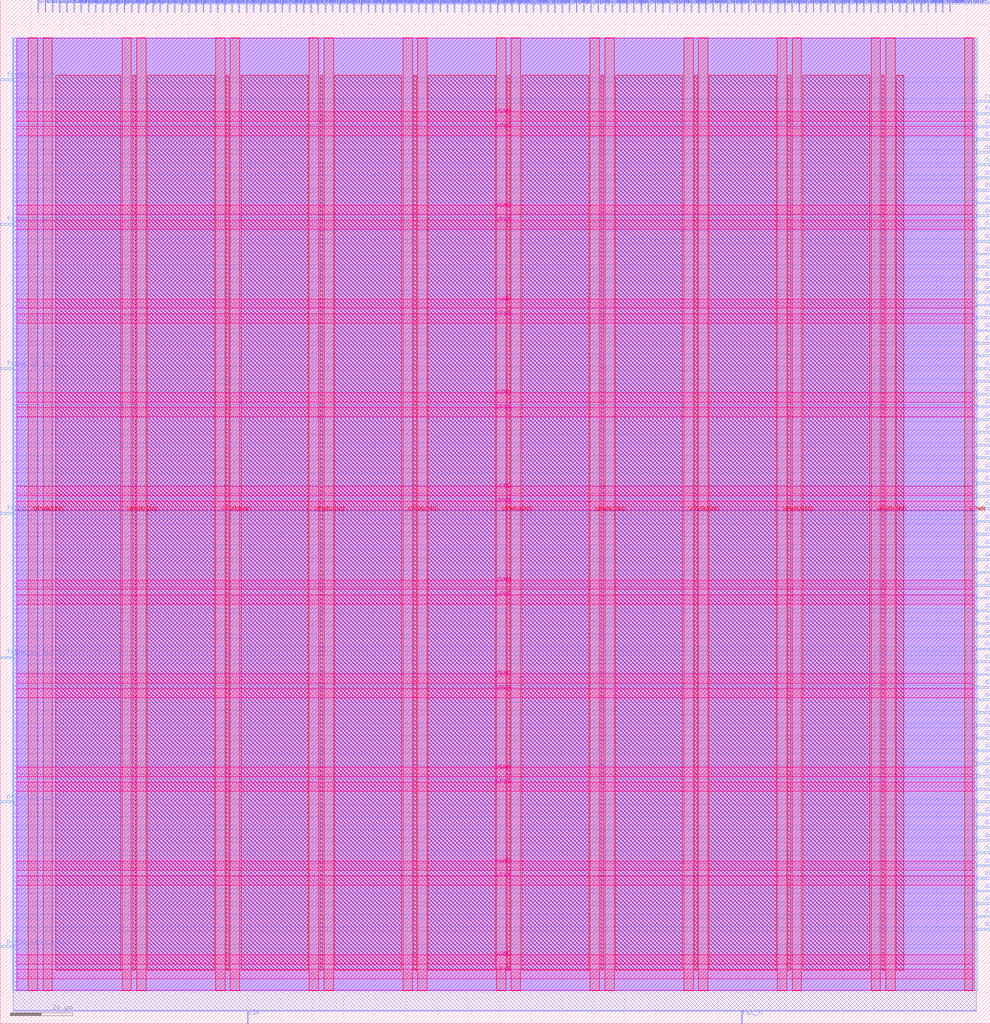
<source format=lef>
VERSION 5.7 ;
  NOWIREEXTENSIONATPIN ON ;
  DIVIDERCHAR "/" ;
  BUSBITCHARS "[]" ;
MACRO Random_forest_top_ver2
  CLASS BLOCK ;
  FOREIGN Random_forest_top_ver2 ;
  ORIGIN 0.000 0.000 ;
  SIZE 317.195 BY 327.915 ;
  PIN VGND
    DIRECTION INOUT ;
    USE GROUND ;
    PORT
      LAYER met4 ;
        RECT 13.720 10.640 16.720 315.760 ;
    END
    PORT
      LAYER met4 ;
        RECT 43.720 10.640 46.720 315.760 ;
    END
    PORT
      LAYER met4 ;
        RECT 73.720 10.640 76.720 315.760 ;
    END
    PORT
      LAYER met4 ;
        RECT 103.720 10.640 106.720 315.760 ;
    END
    PORT
      LAYER met4 ;
        RECT 133.720 10.640 136.720 315.760 ;
    END
    PORT
      LAYER met4 ;
        RECT 163.720 10.640 166.720 315.760 ;
    END
    PORT
      LAYER met4 ;
        RECT 193.720 10.640 196.720 315.760 ;
    END
    PORT
      LAYER met4 ;
        RECT 223.720 10.640 226.720 315.760 ;
    END
    PORT
      LAYER met4 ;
        RECT 253.720 10.640 256.720 315.760 ;
    END
    PORT
      LAYER met4 ;
        RECT 283.720 10.640 286.720 315.760 ;
    END
    PORT
      LAYER met5 ;
        RECT 5.280 19.080 311.660 22.080 ;
    END
    PORT
      LAYER met5 ;
        RECT 5.280 49.080 311.660 52.080 ;
    END
    PORT
      LAYER met5 ;
        RECT 5.280 79.080 311.660 82.080 ;
    END
    PORT
      LAYER met5 ;
        RECT 5.280 109.080 311.660 112.080 ;
    END
    PORT
      LAYER met5 ;
        RECT 5.280 139.080 311.660 142.080 ;
    END
    PORT
      LAYER met5 ;
        RECT 5.280 169.080 311.660 172.080 ;
    END
    PORT
      LAYER met5 ;
        RECT 5.280 199.080 311.660 202.080 ;
    END
    PORT
      LAYER met5 ;
        RECT 5.280 229.080 311.660 232.080 ;
    END
    PORT
      LAYER met5 ;
        RECT 5.280 259.080 311.660 262.080 ;
    END
    PORT
      LAYER met5 ;
        RECT 5.280 289.080 311.660 292.080 ;
    END
  END VGND
  PIN VPWR
    DIRECTION INOUT ;
    USE POWER ;
    PORT
      LAYER met4 ;
        RECT 9.020 10.640 12.020 315.760 ;
    END
    PORT
      LAYER met4 ;
        RECT 39.020 10.640 42.020 315.760 ;
    END
    PORT
      LAYER met4 ;
        RECT 69.020 10.640 72.020 315.760 ;
    END
    PORT
      LAYER met4 ;
        RECT 99.020 10.640 102.020 315.760 ;
    END
    PORT
      LAYER met4 ;
        RECT 129.020 10.640 132.020 315.760 ;
    END
    PORT
      LAYER met4 ;
        RECT 159.020 10.640 162.020 315.760 ;
    END
    PORT
      LAYER met4 ;
        RECT 189.020 10.640 192.020 315.760 ;
    END
    PORT
      LAYER met4 ;
        RECT 219.020 10.640 222.020 315.760 ;
    END
    PORT
      LAYER met4 ;
        RECT 249.020 10.640 252.020 315.760 ;
    END
    PORT
      LAYER met4 ;
        RECT 279.020 10.640 282.020 315.760 ;
    END
    PORT
      LAYER met4 ;
        RECT 309.020 10.640 312.020 315.760 ;
    END
    PORT
      LAYER met5 ;
        RECT 5.280 14.380 312.020 17.380 ;
    END
    PORT
      LAYER met5 ;
        RECT 5.280 44.380 312.020 47.380 ;
    END
    PORT
      LAYER met5 ;
        RECT 5.280 74.380 312.020 77.380 ;
    END
    PORT
      LAYER met5 ;
        RECT 5.280 104.380 312.020 107.380 ;
    END
    PORT
      LAYER met5 ;
        RECT 5.280 134.380 312.020 137.380 ;
    END
    PORT
      LAYER met5 ;
        RECT 5.280 164.380 312.020 167.380 ;
    END
    PORT
      LAYER met5 ;
        RECT 5.280 194.380 312.020 197.380 ;
    END
    PORT
      LAYER met5 ;
        RECT 5.280 224.380 312.020 227.380 ;
    END
    PORT
      LAYER met5 ;
        RECT 5.280 254.380 312.020 257.380 ;
    END
    PORT
      LAYER met5 ;
        RECT 5.280 284.380 312.020 287.380 ;
    END
  END VPWR
  PIN arbitration_id[0]
    DIRECTION INPUT ;
    USE SIGNAL ;
    PORT
      LAYER met2 ;
        RECT 12.050 323.915 12.330 327.915 ;
    END
  END arbitration_id[0]
  PIN arbitration_id[10]
    DIRECTION INPUT ;
    USE SIGNAL ;
    PORT
      LAYER met2 ;
        RECT 35.050 323.915 35.330 327.915 ;
    END
  END arbitration_id[10]
  PIN arbitration_id[11]
    DIRECTION INPUT ;
    USE SIGNAL ;
    PORT
      LAYER met2 ;
        RECT 37.350 323.915 37.630 327.915 ;
    END
  END arbitration_id[11]
  PIN arbitration_id[12]
    DIRECTION INPUT ;
    USE SIGNAL ;
    PORT
      LAYER met2 ;
        RECT 39.650 323.915 39.930 327.915 ;
    END
  END arbitration_id[12]
  PIN arbitration_id[13]
    DIRECTION INPUT ;
    USE SIGNAL ;
    PORT
      LAYER met2 ;
        RECT 41.950 323.915 42.230 327.915 ;
    END
  END arbitration_id[13]
  PIN arbitration_id[14]
    DIRECTION INPUT ;
    USE SIGNAL ;
    PORT
      LAYER met2 ;
        RECT 44.250 323.915 44.530 327.915 ;
    END
  END arbitration_id[14]
  PIN arbitration_id[15]
    DIRECTION INPUT ;
    USE SIGNAL ;
    PORT
      LAYER met2 ;
        RECT 46.550 323.915 46.830 327.915 ;
    END
  END arbitration_id[15]
  PIN arbitration_id[16]
    DIRECTION INPUT ;
    USE SIGNAL ;
    PORT
      LAYER met2 ;
        RECT 48.850 323.915 49.130 327.915 ;
    END
  END arbitration_id[16]
  PIN arbitration_id[17]
    DIRECTION INPUT ;
    USE SIGNAL ;
    PORT
      LAYER met2 ;
        RECT 51.150 323.915 51.430 327.915 ;
    END
  END arbitration_id[17]
  PIN arbitration_id[18]
    DIRECTION INPUT ;
    USE SIGNAL ;
    PORT
      LAYER met2 ;
        RECT 53.450 323.915 53.730 327.915 ;
    END
  END arbitration_id[18]
  PIN arbitration_id[19]
    DIRECTION INPUT ;
    USE SIGNAL ;
    PORT
      LAYER met2 ;
        RECT 55.750 323.915 56.030 327.915 ;
    END
  END arbitration_id[19]
  PIN arbitration_id[1]
    DIRECTION INPUT ;
    USE SIGNAL ;
    PORT
      LAYER met2 ;
        RECT 14.350 323.915 14.630 327.915 ;
    END
  END arbitration_id[1]
  PIN arbitration_id[20]
    DIRECTION INPUT ;
    USE SIGNAL ;
    PORT
      LAYER met2 ;
        RECT 58.050 323.915 58.330 327.915 ;
    END
  END arbitration_id[20]
  PIN arbitration_id[21]
    DIRECTION INPUT ;
    USE SIGNAL ;
    PORT
      LAYER met2 ;
        RECT 60.350 323.915 60.630 327.915 ;
    END
  END arbitration_id[21]
  PIN arbitration_id[22]
    DIRECTION INPUT ;
    USE SIGNAL ;
    PORT
      LAYER met2 ;
        RECT 62.650 323.915 62.930 327.915 ;
    END
  END arbitration_id[22]
  PIN arbitration_id[23]
    DIRECTION INPUT ;
    USE SIGNAL ;
    PORT
      LAYER met2 ;
        RECT 64.950 323.915 65.230 327.915 ;
    END
  END arbitration_id[23]
  PIN arbitration_id[24]
    DIRECTION INPUT ;
    USE SIGNAL ;
    PORT
      LAYER met2 ;
        RECT 67.250 323.915 67.530 327.915 ;
    END
  END arbitration_id[24]
  PIN arbitration_id[25]
    DIRECTION INPUT ;
    USE SIGNAL ;
    PORT
      LAYER met2 ;
        RECT 69.550 323.915 69.830 327.915 ;
    END
  END arbitration_id[25]
  PIN arbitration_id[26]
    DIRECTION INPUT ;
    USE SIGNAL ;
    PORT
      LAYER met2 ;
        RECT 71.850 323.915 72.130 327.915 ;
    END
  END arbitration_id[26]
  PIN arbitration_id[27]
    DIRECTION INPUT ;
    USE SIGNAL ;
    PORT
      LAYER met2 ;
        RECT 74.150 323.915 74.430 327.915 ;
    END
  END arbitration_id[27]
  PIN arbitration_id[28]
    DIRECTION INPUT ;
    USE SIGNAL ;
    PORT
      LAYER met2 ;
        RECT 76.450 323.915 76.730 327.915 ;
    END
  END arbitration_id[28]
  PIN arbitration_id[29]
    DIRECTION INPUT ;
    USE SIGNAL ;
    PORT
      LAYER met2 ;
        RECT 78.750 323.915 79.030 327.915 ;
    END
  END arbitration_id[29]
  PIN arbitration_id[2]
    DIRECTION INPUT ;
    USE SIGNAL ;
    PORT
      LAYER met2 ;
        RECT 16.650 323.915 16.930 327.915 ;
    END
  END arbitration_id[2]
  PIN arbitration_id[30]
    DIRECTION INPUT ;
    USE SIGNAL ;
    PORT
      LAYER met2 ;
        RECT 81.050 323.915 81.330 327.915 ;
    END
  END arbitration_id[30]
  PIN arbitration_id[31]
    DIRECTION INPUT ;
    USE SIGNAL ;
    PORT
      LAYER met2 ;
        RECT 83.350 323.915 83.630 327.915 ;
    END
  END arbitration_id[31]
  PIN arbitration_id[32]
    DIRECTION INPUT ;
    USE SIGNAL ;
    PORT
      LAYER met2 ;
        RECT 85.650 323.915 85.930 327.915 ;
    END
  END arbitration_id[32]
  PIN arbitration_id[33]
    DIRECTION INPUT ;
    USE SIGNAL ;
    PORT
      LAYER met2 ;
        RECT 87.950 323.915 88.230 327.915 ;
    END
  END arbitration_id[33]
  PIN arbitration_id[34]
    DIRECTION INPUT ;
    USE SIGNAL ;
    PORT
      LAYER met2 ;
        RECT 90.250 323.915 90.530 327.915 ;
    END
  END arbitration_id[34]
  PIN arbitration_id[35]
    DIRECTION INPUT ;
    USE SIGNAL ;
    PORT
      LAYER met2 ;
        RECT 92.550 323.915 92.830 327.915 ;
    END
  END arbitration_id[35]
  PIN arbitration_id[36]
    DIRECTION INPUT ;
    USE SIGNAL ;
    PORT
      LAYER met2 ;
        RECT 94.850 323.915 95.130 327.915 ;
    END
  END arbitration_id[36]
  PIN arbitration_id[37]
    DIRECTION INPUT ;
    USE SIGNAL ;
    PORT
      LAYER met2 ;
        RECT 97.150 323.915 97.430 327.915 ;
    END
  END arbitration_id[37]
  PIN arbitration_id[38]
    DIRECTION INPUT ;
    USE SIGNAL ;
    PORT
      LAYER met2 ;
        RECT 99.450 323.915 99.730 327.915 ;
    END
  END arbitration_id[38]
  PIN arbitration_id[39]
    DIRECTION INPUT ;
    USE SIGNAL ;
    PORT
      LAYER met2 ;
        RECT 101.750 323.915 102.030 327.915 ;
    END
  END arbitration_id[39]
  PIN arbitration_id[3]
    DIRECTION INPUT ;
    USE SIGNAL ;
    PORT
      LAYER met2 ;
        RECT 18.950 323.915 19.230 327.915 ;
    END
  END arbitration_id[3]
  PIN arbitration_id[40]
    DIRECTION INPUT ;
    USE SIGNAL ;
    PORT
      LAYER met2 ;
        RECT 104.050 323.915 104.330 327.915 ;
    END
  END arbitration_id[40]
  PIN arbitration_id[41]
    DIRECTION INPUT ;
    USE SIGNAL ;
    PORT
      LAYER met2 ;
        RECT 106.350 323.915 106.630 327.915 ;
    END
  END arbitration_id[41]
  PIN arbitration_id[42]
    DIRECTION INPUT ;
    USE SIGNAL ;
    PORT
      LAYER met2 ;
        RECT 108.650 323.915 108.930 327.915 ;
    END
  END arbitration_id[42]
  PIN arbitration_id[43]
    DIRECTION INPUT ;
    USE SIGNAL ;
    PORT
      LAYER met2 ;
        RECT 110.950 323.915 111.230 327.915 ;
    END
  END arbitration_id[43]
  PIN arbitration_id[44]
    DIRECTION INPUT ;
    USE SIGNAL ;
    PORT
      LAYER met2 ;
        RECT 113.250 323.915 113.530 327.915 ;
    END
  END arbitration_id[44]
  PIN arbitration_id[45]
    DIRECTION INPUT ;
    USE SIGNAL ;
    PORT
      LAYER met2 ;
        RECT 115.550 323.915 115.830 327.915 ;
    END
  END arbitration_id[45]
  PIN arbitration_id[46]
    DIRECTION INPUT ;
    USE SIGNAL ;
    PORT
      LAYER met2 ;
        RECT 117.850 323.915 118.130 327.915 ;
    END
  END arbitration_id[46]
  PIN arbitration_id[47]
    DIRECTION INPUT ;
    USE SIGNAL ;
    PORT
      LAYER met2 ;
        RECT 120.150 323.915 120.430 327.915 ;
    END
  END arbitration_id[47]
  PIN arbitration_id[48]
    DIRECTION INPUT ;
    USE SIGNAL ;
    PORT
      LAYER met2 ;
        RECT 122.450 323.915 122.730 327.915 ;
    END
  END arbitration_id[48]
  PIN arbitration_id[49]
    DIRECTION INPUT ;
    USE SIGNAL ;
    PORT
      LAYER met2 ;
        RECT 124.750 323.915 125.030 327.915 ;
    END
  END arbitration_id[49]
  PIN arbitration_id[4]
    DIRECTION INPUT ;
    USE SIGNAL ;
    PORT
      LAYER met2 ;
        RECT 21.250 323.915 21.530 327.915 ;
    END
  END arbitration_id[4]
  PIN arbitration_id[50]
    DIRECTION INPUT ;
    USE SIGNAL ;
    PORT
      LAYER met2 ;
        RECT 127.050 323.915 127.330 327.915 ;
    END
  END arbitration_id[50]
  PIN arbitration_id[51]
    DIRECTION INPUT ;
    USE SIGNAL ;
    PORT
      LAYER met2 ;
        RECT 129.350 323.915 129.630 327.915 ;
    END
  END arbitration_id[51]
  PIN arbitration_id[52]
    DIRECTION INPUT ;
    USE SIGNAL ;
    PORT
      LAYER met2 ;
        RECT 131.650 323.915 131.930 327.915 ;
    END
  END arbitration_id[52]
  PIN arbitration_id[53]
    DIRECTION INPUT ;
    USE SIGNAL ;
    PORT
      LAYER met2 ;
        RECT 133.950 323.915 134.230 327.915 ;
    END
  END arbitration_id[53]
  PIN arbitration_id[54]
    DIRECTION INPUT ;
    USE SIGNAL ;
    PORT
      LAYER met2 ;
        RECT 136.250 323.915 136.530 327.915 ;
    END
  END arbitration_id[54]
  PIN arbitration_id[55]
    DIRECTION INPUT ;
    USE SIGNAL ;
    PORT
      LAYER met2 ;
        RECT 138.550 323.915 138.830 327.915 ;
    END
  END arbitration_id[55]
  PIN arbitration_id[56]
    DIRECTION INPUT ;
    USE SIGNAL ;
    PORT
      LAYER met2 ;
        RECT 140.850 323.915 141.130 327.915 ;
    END
  END arbitration_id[56]
  PIN arbitration_id[57]
    DIRECTION INPUT ;
    USE SIGNAL ;
    PORT
      LAYER met2 ;
        RECT 143.150 323.915 143.430 327.915 ;
    END
  END arbitration_id[57]
  PIN arbitration_id[58]
    DIRECTION INPUT ;
    USE SIGNAL ;
    PORT
      LAYER met2 ;
        RECT 145.450 323.915 145.730 327.915 ;
    END
  END arbitration_id[58]
  PIN arbitration_id[59]
    DIRECTION INPUT ;
    USE SIGNAL ;
    PORT
      LAYER met2 ;
        RECT 147.750 323.915 148.030 327.915 ;
    END
  END arbitration_id[59]
  PIN arbitration_id[5]
    DIRECTION INPUT ;
    USE SIGNAL ;
    PORT
      LAYER met2 ;
        RECT 23.550 323.915 23.830 327.915 ;
    END
  END arbitration_id[5]
  PIN arbitration_id[60]
    DIRECTION INPUT ;
    USE SIGNAL ;
    PORT
      LAYER met2 ;
        RECT 150.050 323.915 150.330 327.915 ;
    END
  END arbitration_id[60]
  PIN arbitration_id[61]
    DIRECTION INPUT ;
    USE SIGNAL ;
    PORT
      LAYER met2 ;
        RECT 152.350 323.915 152.630 327.915 ;
    END
  END arbitration_id[61]
  PIN arbitration_id[62]
    DIRECTION INPUT ;
    USE SIGNAL ;
    PORT
      LAYER met2 ;
        RECT 154.650 323.915 154.930 327.915 ;
    END
  END arbitration_id[62]
  PIN arbitration_id[63]
    DIRECTION INPUT ;
    USE SIGNAL ;
    PORT
      LAYER met2 ;
        RECT 156.950 323.915 157.230 327.915 ;
    END
  END arbitration_id[63]
  PIN arbitration_id[6]
    DIRECTION INPUT ;
    USE SIGNAL ;
    PORT
      LAYER met2 ;
        RECT 25.850 323.915 26.130 327.915 ;
    END
  END arbitration_id[6]
  PIN arbitration_id[7]
    DIRECTION INPUT ;
    USE SIGNAL ;
    PORT
      LAYER met2 ;
        RECT 28.150 323.915 28.430 327.915 ;
    END
  END arbitration_id[7]
  PIN arbitration_id[8]
    DIRECTION INPUT ;
    USE SIGNAL ;
    PORT
      LAYER met2 ;
        RECT 30.450 323.915 30.730 327.915 ;
    END
  END arbitration_id[8]
  PIN arbitration_id[9]
    DIRECTION INPUT ;
    USE SIGNAL ;
    PORT
      LAYER met2 ;
        RECT 32.750 323.915 33.030 327.915 ;
    END
  END arbitration_id[9]
  PIN clk
    DIRECTION INPUT ;
    USE SIGNAL ;
    ANTENNAGATEAREA 0.213000 ;
    ANTENNADIFFAREA 0.434700 ;
    PORT
      LAYER met2 ;
        RECT 79.210 0.000 79.490 4.000 ;
    END
  END clk
  PIN data_field[0]
    DIRECTION INPUT ;
    USE SIGNAL ;
    PORT
      LAYER met3 ;
        RECT 313.195 29.960 317.195 30.560 ;
    END
  END data_field[0]
  PIN data_field[10]
    DIRECTION INPUT ;
    USE SIGNAL ;
    PORT
      LAYER met3 ;
        RECT 313.195 70.760 317.195 71.360 ;
    END
  END data_field[10]
  PIN data_field[11]
    DIRECTION INPUT ;
    USE SIGNAL ;
    PORT
      LAYER met3 ;
        RECT 313.195 74.840 317.195 75.440 ;
    END
  END data_field[11]
  PIN data_field[12]
    DIRECTION INPUT ;
    USE SIGNAL ;
    PORT
      LAYER met3 ;
        RECT 313.195 78.920 317.195 79.520 ;
    END
  END data_field[12]
  PIN data_field[13]
    DIRECTION INPUT ;
    USE SIGNAL ;
    PORT
      LAYER met3 ;
        RECT 313.195 83.000 317.195 83.600 ;
    END
  END data_field[13]
  PIN data_field[14]
    DIRECTION INPUT ;
    USE SIGNAL ;
    PORT
      LAYER met3 ;
        RECT 313.195 87.080 317.195 87.680 ;
    END
  END data_field[14]
  PIN data_field[15]
    DIRECTION INPUT ;
    USE SIGNAL ;
    PORT
      LAYER met3 ;
        RECT 313.195 91.160 317.195 91.760 ;
    END
  END data_field[15]
  PIN data_field[16]
    DIRECTION INPUT ;
    USE SIGNAL ;
    PORT
      LAYER met3 ;
        RECT 313.195 95.240 317.195 95.840 ;
    END
  END data_field[16]
  PIN data_field[17]
    DIRECTION INPUT ;
    USE SIGNAL ;
    PORT
      LAYER met3 ;
        RECT 313.195 99.320 317.195 99.920 ;
    END
  END data_field[17]
  PIN data_field[18]
    DIRECTION INPUT ;
    USE SIGNAL ;
    PORT
      LAYER met3 ;
        RECT 313.195 103.400 317.195 104.000 ;
    END
  END data_field[18]
  PIN data_field[19]
    DIRECTION INPUT ;
    USE SIGNAL ;
    PORT
      LAYER met3 ;
        RECT 313.195 107.480 317.195 108.080 ;
    END
  END data_field[19]
  PIN data_field[1]
    DIRECTION INPUT ;
    USE SIGNAL ;
    PORT
      LAYER met3 ;
        RECT 313.195 34.040 317.195 34.640 ;
    END
  END data_field[1]
  PIN data_field[20]
    DIRECTION INPUT ;
    USE SIGNAL ;
    PORT
      LAYER met3 ;
        RECT 313.195 111.560 317.195 112.160 ;
    END
  END data_field[20]
  PIN data_field[21]
    DIRECTION INPUT ;
    USE SIGNAL ;
    PORT
      LAYER met3 ;
        RECT 313.195 115.640 317.195 116.240 ;
    END
  END data_field[21]
  PIN data_field[22]
    DIRECTION INPUT ;
    USE SIGNAL ;
    PORT
      LAYER met3 ;
        RECT 313.195 119.720 317.195 120.320 ;
    END
  END data_field[22]
  PIN data_field[23]
    DIRECTION INPUT ;
    USE SIGNAL ;
    PORT
      LAYER met3 ;
        RECT 313.195 123.800 317.195 124.400 ;
    END
  END data_field[23]
  PIN data_field[24]
    DIRECTION INPUT ;
    USE SIGNAL ;
    PORT
      LAYER met3 ;
        RECT 313.195 127.880 317.195 128.480 ;
    END
  END data_field[24]
  PIN data_field[25]
    DIRECTION INPUT ;
    USE SIGNAL ;
    PORT
      LAYER met3 ;
        RECT 313.195 131.960 317.195 132.560 ;
    END
  END data_field[25]
  PIN data_field[26]
    DIRECTION INPUT ;
    USE SIGNAL ;
    PORT
      LAYER met3 ;
        RECT 313.195 136.040 317.195 136.640 ;
    END
  END data_field[26]
  PIN data_field[27]
    DIRECTION INPUT ;
    USE SIGNAL ;
    PORT
      LAYER met3 ;
        RECT 313.195 140.120 317.195 140.720 ;
    END
  END data_field[27]
  PIN data_field[28]
    DIRECTION INPUT ;
    USE SIGNAL ;
    PORT
      LAYER met3 ;
        RECT 313.195 144.200 317.195 144.800 ;
    END
  END data_field[28]
  PIN data_field[29]
    DIRECTION INPUT ;
    USE SIGNAL ;
    PORT
      LAYER met3 ;
        RECT 313.195 148.280 317.195 148.880 ;
    END
  END data_field[29]
  PIN data_field[2]
    DIRECTION INPUT ;
    USE SIGNAL ;
    PORT
      LAYER met3 ;
        RECT 313.195 38.120 317.195 38.720 ;
    END
  END data_field[2]
  PIN data_field[30]
    DIRECTION INPUT ;
    USE SIGNAL ;
    PORT
      LAYER met3 ;
        RECT 313.195 152.360 317.195 152.960 ;
    END
  END data_field[30]
  PIN data_field[31]
    DIRECTION INPUT ;
    USE SIGNAL ;
    PORT
      LAYER met3 ;
        RECT 313.195 156.440 317.195 157.040 ;
    END
  END data_field[31]
  PIN data_field[32]
    DIRECTION INPUT ;
    USE SIGNAL ;
    PORT
      LAYER met3 ;
        RECT 313.195 160.520 317.195 161.120 ;
    END
  END data_field[32]
  PIN data_field[33]
    DIRECTION INPUT ;
    USE SIGNAL ;
    PORT
      LAYER met3 ;
        RECT 313.195 164.600 317.195 165.200 ;
    END
  END data_field[33]
  PIN data_field[34]
    DIRECTION INPUT ;
    USE SIGNAL ;
    PORT
      LAYER met3 ;
        RECT 313.195 168.680 317.195 169.280 ;
    END
  END data_field[34]
  PIN data_field[35]
    DIRECTION INPUT ;
    USE SIGNAL ;
    PORT
      LAYER met3 ;
        RECT 313.195 172.760 317.195 173.360 ;
    END
  END data_field[35]
  PIN data_field[36]
    DIRECTION INPUT ;
    USE SIGNAL ;
    PORT
      LAYER met3 ;
        RECT 313.195 176.840 317.195 177.440 ;
    END
  END data_field[36]
  PIN data_field[37]
    DIRECTION INPUT ;
    USE SIGNAL ;
    PORT
      LAYER met3 ;
        RECT 313.195 180.920 317.195 181.520 ;
    END
  END data_field[37]
  PIN data_field[38]
    DIRECTION INPUT ;
    USE SIGNAL ;
    PORT
      LAYER met3 ;
        RECT 313.195 185.000 317.195 185.600 ;
    END
  END data_field[38]
  PIN data_field[39]
    DIRECTION INPUT ;
    USE SIGNAL ;
    PORT
      LAYER met3 ;
        RECT 313.195 189.080 317.195 189.680 ;
    END
  END data_field[39]
  PIN data_field[3]
    DIRECTION INPUT ;
    USE SIGNAL ;
    PORT
      LAYER met3 ;
        RECT 313.195 42.200 317.195 42.800 ;
    END
  END data_field[3]
  PIN data_field[40]
    DIRECTION INPUT ;
    USE SIGNAL ;
    PORT
      LAYER met3 ;
        RECT 313.195 193.160 317.195 193.760 ;
    END
  END data_field[40]
  PIN data_field[41]
    DIRECTION INPUT ;
    USE SIGNAL ;
    PORT
      LAYER met3 ;
        RECT 313.195 197.240 317.195 197.840 ;
    END
  END data_field[41]
  PIN data_field[42]
    DIRECTION INPUT ;
    USE SIGNAL ;
    PORT
      LAYER met3 ;
        RECT 313.195 201.320 317.195 201.920 ;
    END
  END data_field[42]
  PIN data_field[43]
    DIRECTION INPUT ;
    USE SIGNAL ;
    PORT
      LAYER met3 ;
        RECT 313.195 205.400 317.195 206.000 ;
    END
  END data_field[43]
  PIN data_field[44]
    DIRECTION INPUT ;
    USE SIGNAL ;
    PORT
      LAYER met3 ;
        RECT 313.195 209.480 317.195 210.080 ;
    END
  END data_field[44]
  PIN data_field[45]
    DIRECTION INPUT ;
    USE SIGNAL ;
    PORT
      LAYER met3 ;
        RECT 313.195 213.560 317.195 214.160 ;
    END
  END data_field[45]
  PIN data_field[46]
    DIRECTION INPUT ;
    USE SIGNAL ;
    PORT
      LAYER met3 ;
        RECT 313.195 217.640 317.195 218.240 ;
    END
  END data_field[46]
  PIN data_field[47]
    DIRECTION INPUT ;
    USE SIGNAL ;
    PORT
      LAYER met3 ;
        RECT 313.195 221.720 317.195 222.320 ;
    END
  END data_field[47]
  PIN data_field[48]
    DIRECTION INPUT ;
    USE SIGNAL ;
    PORT
      LAYER met3 ;
        RECT 313.195 225.800 317.195 226.400 ;
    END
  END data_field[48]
  PIN data_field[49]
    DIRECTION INPUT ;
    USE SIGNAL ;
    PORT
      LAYER met3 ;
        RECT 313.195 229.880 317.195 230.480 ;
    END
  END data_field[49]
  PIN data_field[4]
    DIRECTION INPUT ;
    USE SIGNAL ;
    PORT
      LAYER met3 ;
        RECT 313.195 46.280 317.195 46.880 ;
    END
  END data_field[4]
  PIN data_field[50]
    DIRECTION INPUT ;
    USE SIGNAL ;
    PORT
      LAYER met3 ;
        RECT 313.195 233.960 317.195 234.560 ;
    END
  END data_field[50]
  PIN data_field[51]
    DIRECTION INPUT ;
    USE SIGNAL ;
    PORT
      LAYER met3 ;
        RECT 313.195 238.040 317.195 238.640 ;
    END
  END data_field[51]
  PIN data_field[52]
    DIRECTION INPUT ;
    USE SIGNAL ;
    PORT
      LAYER met3 ;
        RECT 313.195 242.120 317.195 242.720 ;
    END
  END data_field[52]
  PIN data_field[53]
    DIRECTION INPUT ;
    USE SIGNAL ;
    PORT
      LAYER met3 ;
        RECT 313.195 246.200 317.195 246.800 ;
    END
  END data_field[53]
  PIN data_field[54]
    DIRECTION INPUT ;
    USE SIGNAL ;
    PORT
      LAYER met3 ;
        RECT 313.195 250.280 317.195 250.880 ;
    END
  END data_field[54]
  PIN data_field[55]
    DIRECTION INPUT ;
    USE SIGNAL ;
    PORT
      LAYER met3 ;
        RECT 313.195 254.360 317.195 254.960 ;
    END
  END data_field[55]
  PIN data_field[56]
    DIRECTION INPUT ;
    USE SIGNAL ;
    PORT
      LAYER met3 ;
        RECT 313.195 258.440 317.195 259.040 ;
    END
  END data_field[56]
  PIN data_field[57]
    DIRECTION INPUT ;
    USE SIGNAL ;
    PORT
      LAYER met3 ;
        RECT 313.195 262.520 317.195 263.120 ;
    END
  END data_field[57]
  PIN data_field[58]
    DIRECTION INPUT ;
    USE SIGNAL ;
    PORT
      LAYER met3 ;
        RECT 313.195 266.600 317.195 267.200 ;
    END
  END data_field[58]
  PIN data_field[59]
    DIRECTION INPUT ;
    USE SIGNAL ;
    PORT
      LAYER met3 ;
        RECT 313.195 270.680 317.195 271.280 ;
    END
  END data_field[59]
  PIN data_field[5]
    DIRECTION INPUT ;
    USE SIGNAL ;
    PORT
      LAYER met3 ;
        RECT 313.195 50.360 317.195 50.960 ;
    END
  END data_field[5]
  PIN data_field[60]
    DIRECTION INPUT ;
    USE SIGNAL ;
    PORT
      LAYER met3 ;
        RECT 313.195 274.760 317.195 275.360 ;
    END
  END data_field[60]
  PIN data_field[61]
    DIRECTION INPUT ;
    USE SIGNAL ;
    PORT
      LAYER met3 ;
        RECT 313.195 278.840 317.195 279.440 ;
    END
  END data_field[61]
  PIN data_field[62]
    DIRECTION INPUT ;
    USE SIGNAL ;
    PORT
      LAYER met3 ;
        RECT 313.195 282.920 317.195 283.520 ;
    END
  END data_field[62]
  PIN data_field[63]
    DIRECTION INPUT ;
    USE SIGNAL ;
    PORT
      LAYER met3 ;
        RECT 313.195 287.000 317.195 287.600 ;
    END
  END data_field[63]
  PIN data_field[6]
    DIRECTION INPUT ;
    USE SIGNAL ;
    PORT
      LAYER met3 ;
        RECT 313.195 54.440 317.195 55.040 ;
    END
  END data_field[6]
  PIN data_field[7]
    DIRECTION INPUT ;
    USE SIGNAL ;
    PORT
      LAYER met3 ;
        RECT 313.195 58.520 317.195 59.120 ;
    END
  END data_field[7]
  PIN data_field[8]
    DIRECTION INPUT ;
    USE SIGNAL ;
    PORT
      LAYER met3 ;
        RECT 313.195 62.600 317.195 63.200 ;
    END
  END data_field[8]
  PIN data_field[9]
    DIRECTION INPUT ;
    USE SIGNAL ;
    PORT
      LAYER met3 ;
        RECT 313.195 66.680 317.195 67.280 ;
    END
  END data_field[9]
  PIN feature_valid
    DIRECTION INPUT ;
    USE SIGNAL ;
    ANTENNAGATEAREA 0.159000 ;
    ANTENNADIFFAREA 0.434700 ;
    PORT
      LAYER met3 ;
        RECT 313.195 291.080 317.195 291.680 ;
    END
  END feature_valid
  PIN frame_id_out[0]
    DIRECTION OUTPUT ;
    USE SIGNAL ;
    ANTENNADIFFAREA 1.782000 ;
    PORT
      LAYER met3 ;
        RECT 0.000 117.000 4.000 117.600 ;
    END
  END frame_id_out[0]
  PIN frame_id_out[1]
    DIRECTION OUTPUT ;
    USE SIGNAL ;
    ANTENNADIFFAREA 1.782000 ;
    PORT
      LAYER met3 ;
        RECT 0.000 163.240 4.000 163.840 ;
    END
  END frame_id_out[1]
  PIN frame_id_out[2]
    DIRECTION OUTPUT ;
    USE SIGNAL ;
    ANTENNADIFFAREA 1.782000 ;
    PORT
      LAYER met3 ;
        RECT 0.000 209.480 4.000 210.080 ;
    END
  END frame_id_out[2]
  PIN frame_id_out[3]
    DIRECTION OUTPUT ;
    USE SIGNAL ;
    ANTENNADIFFAREA 1.782000 ;
    PORT
      LAYER met3 ;
        RECT 0.000 255.720 4.000 256.320 ;
    END
  END frame_id_out[3]
  PIN frame_id_out[4]
    DIRECTION OUTPUT ;
    USE SIGNAL ;
    ANTENNADIFFAREA 1.782000 ;
    PORT
      LAYER met3 ;
        RECT 0.000 301.960 4.000 302.560 ;
    END
  END frame_id_out[4]
  PIN prediction_out
    DIRECTION OUTPUT ;
    USE SIGNAL ;
    ANTENNADIFFAREA 1.782000 ;
    PORT
      LAYER met3 ;
        RECT 0.000 70.760 4.000 71.360 ;
    END
  END prediction_out
  PIN prediction_valid
    DIRECTION OUTPUT ;
    USE SIGNAL ;
    ANTENNADIFFAREA 1.782000 ;
    PORT
      LAYER met3 ;
        RECT 0.000 24.520 4.000 25.120 ;
    END
  END prediction_valid
  PIN ready_for_next
    DIRECTION OUTPUT ;
    USE SIGNAL ;
    ANTENNADIFFAREA 1.782000 ;
    PORT
      LAYER met3 ;
        RECT 313.195 295.160 317.195 295.760 ;
    END
  END ready_for_next
  PIN rst_n
    DIRECTION INPUT ;
    USE SIGNAL ;
    ANTENNAGATEAREA 0.990000 ;
    ANTENNADIFFAREA 0.434700 ;
    PORT
      LAYER met2 ;
        RECT 237.450 0.000 237.730 4.000 ;
    END
  END rst_n
  PIN timestamp[0]
    DIRECTION INPUT ;
    USE SIGNAL ;
    PORT
      LAYER met2 ;
        RECT 159.250 323.915 159.530 327.915 ;
    END
  END timestamp[0]
  PIN timestamp[10]
    DIRECTION INPUT ;
    USE SIGNAL ;
    PORT
      LAYER met2 ;
        RECT 182.250 323.915 182.530 327.915 ;
    END
  END timestamp[10]
  PIN timestamp[11]
    DIRECTION INPUT ;
    USE SIGNAL ;
    PORT
      LAYER met2 ;
        RECT 184.550 323.915 184.830 327.915 ;
    END
  END timestamp[11]
  PIN timestamp[12]
    DIRECTION INPUT ;
    USE SIGNAL ;
    PORT
      LAYER met2 ;
        RECT 186.850 323.915 187.130 327.915 ;
    END
  END timestamp[12]
  PIN timestamp[13]
    DIRECTION INPUT ;
    USE SIGNAL ;
    PORT
      LAYER met2 ;
        RECT 189.150 323.915 189.430 327.915 ;
    END
  END timestamp[13]
  PIN timestamp[14]
    DIRECTION INPUT ;
    USE SIGNAL ;
    PORT
      LAYER met2 ;
        RECT 191.450 323.915 191.730 327.915 ;
    END
  END timestamp[14]
  PIN timestamp[15]
    DIRECTION INPUT ;
    USE SIGNAL ;
    PORT
      LAYER met2 ;
        RECT 193.750 323.915 194.030 327.915 ;
    END
  END timestamp[15]
  PIN timestamp[16]
    DIRECTION INPUT ;
    USE SIGNAL ;
    PORT
      LAYER met2 ;
        RECT 196.050 323.915 196.330 327.915 ;
    END
  END timestamp[16]
  PIN timestamp[17]
    DIRECTION INPUT ;
    USE SIGNAL ;
    PORT
      LAYER met2 ;
        RECT 198.350 323.915 198.630 327.915 ;
    END
  END timestamp[17]
  PIN timestamp[18]
    DIRECTION INPUT ;
    USE SIGNAL ;
    PORT
      LAYER met2 ;
        RECT 200.650 323.915 200.930 327.915 ;
    END
  END timestamp[18]
  PIN timestamp[19]
    DIRECTION INPUT ;
    USE SIGNAL ;
    PORT
      LAYER met2 ;
        RECT 202.950 323.915 203.230 327.915 ;
    END
  END timestamp[19]
  PIN timestamp[1]
    DIRECTION INPUT ;
    USE SIGNAL ;
    PORT
      LAYER met2 ;
        RECT 161.550 323.915 161.830 327.915 ;
    END
  END timestamp[1]
  PIN timestamp[20]
    DIRECTION INPUT ;
    USE SIGNAL ;
    PORT
      LAYER met2 ;
        RECT 205.250 323.915 205.530 327.915 ;
    END
  END timestamp[20]
  PIN timestamp[21]
    DIRECTION INPUT ;
    USE SIGNAL ;
    PORT
      LAYER met2 ;
        RECT 207.550 323.915 207.830 327.915 ;
    END
  END timestamp[21]
  PIN timestamp[22]
    DIRECTION INPUT ;
    USE SIGNAL ;
    PORT
      LAYER met2 ;
        RECT 209.850 323.915 210.130 327.915 ;
    END
  END timestamp[22]
  PIN timestamp[23]
    DIRECTION INPUT ;
    USE SIGNAL ;
    PORT
      LAYER met2 ;
        RECT 212.150 323.915 212.430 327.915 ;
    END
  END timestamp[23]
  PIN timestamp[24]
    DIRECTION INPUT ;
    USE SIGNAL ;
    PORT
      LAYER met2 ;
        RECT 214.450 323.915 214.730 327.915 ;
    END
  END timestamp[24]
  PIN timestamp[25]
    DIRECTION INPUT ;
    USE SIGNAL ;
    PORT
      LAYER met2 ;
        RECT 216.750 323.915 217.030 327.915 ;
    END
  END timestamp[25]
  PIN timestamp[26]
    DIRECTION INPUT ;
    USE SIGNAL ;
    PORT
      LAYER met2 ;
        RECT 219.050 323.915 219.330 327.915 ;
    END
  END timestamp[26]
  PIN timestamp[27]
    DIRECTION INPUT ;
    USE SIGNAL ;
    PORT
      LAYER met2 ;
        RECT 221.350 323.915 221.630 327.915 ;
    END
  END timestamp[27]
  PIN timestamp[28]
    DIRECTION INPUT ;
    USE SIGNAL ;
    PORT
      LAYER met2 ;
        RECT 223.650 323.915 223.930 327.915 ;
    END
  END timestamp[28]
  PIN timestamp[29]
    DIRECTION INPUT ;
    USE SIGNAL ;
    PORT
      LAYER met2 ;
        RECT 225.950 323.915 226.230 327.915 ;
    END
  END timestamp[29]
  PIN timestamp[2]
    DIRECTION INPUT ;
    USE SIGNAL ;
    PORT
      LAYER met2 ;
        RECT 163.850 323.915 164.130 327.915 ;
    END
  END timestamp[2]
  PIN timestamp[30]
    DIRECTION INPUT ;
    USE SIGNAL ;
    PORT
      LAYER met2 ;
        RECT 228.250 323.915 228.530 327.915 ;
    END
  END timestamp[30]
  PIN timestamp[31]
    DIRECTION INPUT ;
    USE SIGNAL ;
    PORT
      LAYER met2 ;
        RECT 230.550 323.915 230.830 327.915 ;
    END
  END timestamp[31]
  PIN timestamp[32]
    DIRECTION INPUT ;
    USE SIGNAL ;
    PORT
      LAYER met2 ;
        RECT 232.850 323.915 233.130 327.915 ;
    END
  END timestamp[32]
  PIN timestamp[33]
    DIRECTION INPUT ;
    USE SIGNAL ;
    PORT
      LAYER met2 ;
        RECT 235.150 323.915 235.430 327.915 ;
    END
  END timestamp[33]
  PIN timestamp[34]
    DIRECTION INPUT ;
    USE SIGNAL ;
    PORT
      LAYER met2 ;
        RECT 237.450 323.915 237.730 327.915 ;
    END
  END timestamp[34]
  PIN timestamp[35]
    DIRECTION INPUT ;
    USE SIGNAL ;
    PORT
      LAYER met2 ;
        RECT 239.750 323.915 240.030 327.915 ;
    END
  END timestamp[35]
  PIN timestamp[36]
    DIRECTION INPUT ;
    USE SIGNAL ;
    PORT
      LAYER met2 ;
        RECT 242.050 323.915 242.330 327.915 ;
    END
  END timestamp[36]
  PIN timestamp[37]
    DIRECTION INPUT ;
    USE SIGNAL ;
    PORT
      LAYER met2 ;
        RECT 244.350 323.915 244.630 327.915 ;
    END
  END timestamp[37]
  PIN timestamp[38]
    DIRECTION INPUT ;
    USE SIGNAL ;
    PORT
      LAYER met2 ;
        RECT 246.650 323.915 246.930 327.915 ;
    END
  END timestamp[38]
  PIN timestamp[39]
    DIRECTION INPUT ;
    USE SIGNAL ;
    PORT
      LAYER met2 ;
        RECT 248.950 323.915 249.230 327.915 ;
    END
  END timestamp[39]
  PIN timestamp[3]
    DIRECTION INPUT ;
    USE SIGNAL ;
    PORT
      LAYER met2 ;
        RECT 166.150 323.915 166.430 327.915 ;
    END
  END timestamp[3]
  PIN timestamp[40]
    DIRECTION INPUT ;
    USE SIGNAL ;
    PORT
      LAYER met2 ;
        RECT 251.250 323.915 251.530 327.915 ;
    END
  END timestamp[40]
  PIN timestamp[41]
    DIRECTION INPUT ;
    USE SIGNAL ;
    PORT
      LAYER met2 ;
        RECT 253.550 323.915 253.830 327.915 ;
    END
  END timestamp[41]
  PIN timestamp[42]
    DIRECTION INPUT ;
    USE SIGNAL ;
    PORT
      LAYER met2 ;
        RECT 255.850 323.915 256.130 327.915 ;
    END
  END timestamp[42]
  PIN timestamp[43]
    DIRECTION INPUT ;
    USE SIGNAL ;
    PORT
      LAYER met2 ;
        RECT 258.150 323.915 258.430 327.915 ;
    END
  END timestamp[43]
  PIN timestamp[44]
    DIRECTION INPUT ;
    USE SIGNAL ;
    PORT
      LAYER met2 ;
        RECT 260.450 323.915 260.730 327.915 ;
    END
  END timestamp[44]
  PIN timestamp[45]
    DIRECTION INPUT ;
    USE SIGNAL ;
    PORT
      LAYER met2 ;
        RECT 262.750 323.915 263.030 327.915 ;
    END
  END timestamp[45]
  PIN timestamp[46]
    DIRECTION INPUT ;
    USE SIGNAL ;
    PORT
      LAYER met2 ;
        RECT 265.050 323.915 265.330 327.915 ;
    END
  END timestamp[46]
  PIN timestamp[47]
    DIRECTION INPUT ;
    USE SIGNAL ;
    PORT
      LAYER met2 ;
        RECT 267.350 323.915 267.630 327.915 ;
    END
  END timestamp[47]
  PIN timestamp[48]
    DIRECTION INPUT ;
    USE SIGNAL ;
    PORT
      LAYER met2 ;
        RECT 269.650 323.915 269.930 327.915 ;
    END
  END timestamp[48]
  PIN timestamp[49]
    DIRECTION INPUT ;
    USE SIGNAL ;
    PORT
      LAYER met2 ;
        RECT 271.950 323.915 272.230 327.915 ;
    END
  END timestamp[49]
  PIN timestamp[4]
    DIRECTION INPUT ;
    USE SIGNAL ;
    PORT
      LAYER met2 ;
        RECT 168.450 323.915 168.730 327.915 ;
    END
  END timestamp[4]
  PIN timestamp[50]
    DIRECTION INPUT ;
    USE SIGNAL ;
    PORT
      LAYER met2 ;
        RECT 274.250 323.915 274.530 327.915 ;
    END
  END timestamp[50]
  PIN timestamp[51]
    DIRECTION INPUT ;
    USE SIGNAL ;
    PORT
      LAYER met2 ;
        RECT 276.550 323.915 276.830 327.915 ;
    END
  END timestamp[51]
  PIN timestamp[52]
    DIRECTION INPUT ;
    USE SIGNAL ;
    PORT
      LAYER met2 ;
        RECT 278.850 323.915 279.130 327.915 ;
    END
  END timestamp[52]
  PIN timestamp[53]
    DIRECTION INPUT ;
    USE SIGNAL ;
    PORT
      LAYER met2 ;
        RECT 281.150 323.915 281.430 327.915 ;
    END
  END timestamp[53]
  PIN timestamp[54]
    DIRECTION INPUT ;
    USE SIGNAL ;
    PORT
      LAYER met2 ;
        RECT 283.450 323.915 283.730 327.915 ;
    END
  END timestamp[54]
  PIN timestamp[55]
    DIRECTION INPUT ;
    USE SIGNAL ;
    PORT
      LAYER met2 ;
        RECT 285.750 323.915 286.030 327.915 ;
    END
  END timestamp[55]
  PIN timestamp[56]
    DIRECTION INPUT ;
    USE SIGNAL ;
    PORT
      LAYER met2 ;
        RECT 288.050 323.915 288.330 327.915 ;
    END
  END timestamp[56]
  PIN timestamp[57]
    DIRECTION INPUT ;
    USE SIGNAL ;
    PORT
      LAYER met2 ;
        RECT 290.350 323.915 290.630 327.915 ;
    END
  END timestamp[57]
  PIN timestamp[58]
    DIRECTION INPUT ;
    USE SIGNAL ;
    PORT
      LAYER met2 ;
        RECT 292.650 323.915 292.930 327.915 ;
    END
  END timestamp[58]
  PIN timestamp[59]
    DIRECTION INPUT ;
    USE SIGNAL ;
    PORT
      LAYER met2 ;
        RECT 294.950 323.915 295.230 327.915 ;
    END
  END timestamp[59]
  PIN timestamp[5]
    DIRECTION INPUT ;
    USE SIGNAL ;
    PORT
      LAYER met2 ;
        RECT 170.750 323.915 171.030 327.915 ;
    END
  END timestamp[5]
  PIN timestamp[60]
    DIRECTION INPUT ;
    USE SIGNAL ;
    PORT
      LAYER met2 ;
        RECT 297.250 323.915 297.530 327.915 ;
    END
  END timestamp[60]
  PIN timestamp[61]
    DIRECTION INPUT ;
    USE SIGNAL ;
    PORT
      LAYER met2 ;
        RECT 299.550 323.915 299.830 327.915 ;
    END
  END timestamp[61]
  PIN timestamp[62]
    DIRECTION INPUT ;
    USE SIGNAL ;
    PORT
      LAYER met2 ;
        RECT 301.850 323.915 302.130 327.915 ;
    END
  END timestamp[62]
  PIN timestamp[63]
    DIRECTION INPUT ;
    USE SIGNAL ;
    PORT
      LAYER met2 ;
        RECT 304.150 323.915 304.430 327.915 ;
    END
  END timestamp[63]
  PIN timestamp[6]
    DIRECTION INPUT ;
    USE SIGNAL ;
    PORT
      LAYER met2 ;
        RECT 173.050 323.915 173.330 327.915 ;
    END
  END timestamp[6]
  PIN timestamp[7]
    DIRECTION INPUT ;
    USE SIGNAL ;
    PORT
      LAYER met2 ;
        RECT 175.350 323.915 175.630 327.915 ;
    END
  END timestamp[7]
  PIN timestamp[8]
    DIRECTION INPUT ;
    USE SIGNAL ;
    PORT
      LAYER met2 ;
        RECT 177.650 323.915 177.930 327.915 ;
    END
  END timestamp[8]
  PIN timestamp[9]
    DIRECTION INPUT ;
    USE SIGNAL ;
    PORT
      LAYER met2 ;
        RECT 179.950 323.915 180.230 327.915 ;
    END
  END timestamp[9]
  OBS
      LAYER nwell ;
        RECT 5.330 10.795 311.610 315.605 ;
      LAYER li1 ;
        RECT 5.520 10.795 311.420 315.605 ;
      LAYER met1 ;
        RECT 4.210 10.640 312.730 315.760 ;
      LAYER met2 ;
        RECT 4.230 4.280 312.710 315.705 ;
        RECT 4.230 4.000 78.930 4.280 ;
        RECT 79.770 4.000 237.170 4.280 ;
        RECT 238.010 4.000 312.710 4.280 ;
      LAYER met3 ;
        RECT 3.990 302.960 313.195 315.685 ;
        RECT 4.400 301.560 313.195 302.960 ;
        RECT 3.990 296.160 313.195 301.560 ;
        RECT 3.990 294.760 312.795 296.160 ;
        RECT 3.990 292.080 313.195 294.760 ;
        RECT 3.990 290.680 312.795 292.080 ;
        RECT 3.990 288.000 313.195 290.680 ;
        RECT 3.990 286.600 312.795 288.000 ;
        RECT 3.990 283.920 313.195 286.600 ;
        RECT 3.990 282.520 312.795 283.920 ;
        RECT 3.990 279.840 313.195 282.520 ;
        RECT 3.990 278.440 312.795 279.840 ;
        RECT 3.990 275.760 313.195 278.440 ;
        RECT 3.990 274.360 312.795 275.760 ;
        RECT 3.990 271.680 313.195 274.360 ;
        RECT 3.990 270.280 312.795 271.680 ;
        RECT 3.990 267.600 313.195 270.280 ;
        RECT 3.990 266.200 312.795 267.600 ;
        RECT 3.990 263.520 313.195 266.200 ;
        RECT 3.990 262.120 312.795 263.520 ;
        RECT 3.990 259.440 313.195 262.120 ;
        RECT 3.990 258.040 312.795 259.440 ;
        RECT 3.990 256.720 313.195 258.040 ;
        RECT 4.400 255.360 313.195 256.720 ;
        RECT 4.400 255.320 312.795 255.360 ;
        RECT 3.990 253.960 312.795 255.320 ;
        RECT 3.990 251.280 313.195 253.960 ;
        RECT 3.990 249.880 312.795 251.280 ;
        RECT 3.990 247.200 313.195 249.880 ;
        RECT 3.990 245.800 312.795 247.200 ;
        RECT 3.990 243.120 313.195 245.800 ;
        RECT 3.990 241.720 312.795 243.120 ;
        RECT 3.990 239.040 313.195 241.720 ;
        RECT 3.990 237.640 312.795 239.040 ;
        RECT 3.990 234.960 313.195 237.640 ;
        RECT 3.990 233.560 312.795 234.960 ;
        RECT 3.990 230.880 313.195 233.560 ;
        RECT 3.990 229.480 312.795 230.880 ;
        RECT 3.990 226.800 313.195 229.480 ;
        RECT 3.990 225.400 312.795 226.800 ;
        RECT 3.990 222.720 313.195 225.400 ;
        RECT 3.990 221.320 312.795 222.720 ;
        RECT 3.990 218.640 313.195 221.320 ;
        RECT 3.990 217.240 312.795 218.640 ;
        RECT 3.990 214.560 313.195 217.240 ;
        RECT 3.990 213.160 312.795 214.560 ;
        RECT 3.990 210.480 313.195 213.160 ;
        RECT 4.400 209.080 312.795 210.480 ;
        RECT 3.990 206.400 313.195 209.080 ;
        RECT 3.990 205.000 312.795 206.400 ;
        RECT 3.990 202.320 313.195 205.000 ;
        RECT 3.990 200.920 312.795 202.320 ;
        RECT 3.990 198.240 313.195 200.920 ;
        RECT 3.990 196.840 312.795 198.240 ;
        RECT 3.990 194.160 313.195 196.840 ;
        RECT 3.990 192.760 312.795 194.160 ;
        RECT 3.990 190.080 313.195 192.760 ;
        RECT 3.990 188.680 312.795 190.080 ;
        RECT 3.990 186.000 313.195 188.680 ;
        RECT 3.990 184.600 312.795 186.000 ;
        RECT 3.990 181.920 313.195 184.600 ;
        RECT 3.990 180.520 312.795 181.920 ;
        RECT 3.990 177.840 313.195 180.520 ;
        RECT 3.990 176.440 312.795 177.840 ;
        RECT 3.990 173.760 313.195 176.440 ;
        RECT 3.990 172.360 312.795 173.760 ;
        RECT 3.990 169.680 313.195 172.360 ;
        RECT 3.990 168.280 312.795 169.680 ;
        RECT 3.990 165.600 313.195 168.280 ;
        RECT 3.990 164.240 312.795 165.600 ;
        RECT 4.400 164.200 312.795 164.240 ;
        RECT 4.400 162.840 313.195 164.200 ;
        RECT 3.990 161.520 313.195 162.840 ;
        RECT 3.990 160.120 312.795 161.520 ;
        RECT 3.990 157.440 313.195 160.120 ;
        RECT 3.990 156.040 312.795 157.440 ;
        RECT 3.990 153.360 313.195 156.040 ;
        RECT 3.990 151.960 312.795 153.360 ;
        RECT 3.990 149.280 313.195 151.960 ;
        RECT 3.990 147.880 312.795 149.280 ;
        RECT 3.990 145.200 313.195 147.880 ;
        RECT 3.990 143.800 312.795 145.200 ;
        RECT 3.990 141.120 313.195 143.800 ;
        RECT 3.990 139.720 312.795 141.120 ;
        RECT 3.990 137.040 313.195 139.720 ;
        RECT 3.990 135.640 312.795 137.040 ;
        RECT 3.990 132.960 313.195 135.640 ;
        RECT 3.990 131.560 312.795 132.960 ;
        RECT 3.990 128.880 313.195 131.560 ;
        RECT 3.990 127.480 312.795 128.880 ;
        RECT 3.990 124.800 313.195 127.480 ;
        RECT 3.990 123.400 312.795 124.800 ;
        RECT 3.990 120.720 313.195 123.400 ;
        RECT 3.990 119.320 312.795 120.720 ;
        RECT 3.990 118.000 313.195 119.320 ;
        RECT 4.400 116.640 313.195 118.000 ;
        RECT 4.400 116.600 312.795 116.640 ;
        RECT 3.990 115.240 312.795 116.600 ;
        RECT 3.990 112.560 313.195 115.240 ;
        RECT 3.990 111.160 312.795 112.560 ;
        RECT 3.990 108.480 313.195 111.160 ;
        RECT 3.990 107.080 312.795 108.480 ;
        RECT 3.990 104.400 313.195 107.080 ;
        RECT 3.990 103.000 312.795 104.400 ;
        RECT 3.990 100.320 313.195 103.000 ;
        RECT 3.990 98.920 312.795 100.320 ;
        RECT 3.990 96.240 313.195 98.920 ;
        RECT 3.990 94.840 312.795 96.240 ;
        RECT 3.990 92.160 313.195 94.840 ;
        RECT 3.990 90.760 312.795 92.160 ;
        RECT 3.990 88.080 313.195 90.760 ;
        RECT 3.990 86.680 312.795 88.080 ;
        RECT 3.990 84.000 313.195 86.680 ;
        RECT 3.990 82.600 312.795 84.000 ;
        RECT 3.990 79.920 313.195 82.600 ;
        RECT 3.990 78.520 312.795 79.920 ;
        RECT 3.990 75.840 313.195 78.520 ;
        RECT 3.990 74.440 312.795 75.840 ;
        RECT 3.990 71.760 313.195 74.440 ;
        RECT 4.400 70.360 312.795 71.760 ;
        RECT 3.990 67.680 313.195 70.360 ;
        RECT 3.990 66.280 312.795 67.680 ;
        RECT 3.990 63.600 313.195 66.280 ;
        RECT 3.990 62.200 312.795 63.600 ;
        RECT 3.990 59.520 313.195 62.200 ;
        RECT 3.990 58.120 312.795 59.520 ;
        RECT 3.990 55.440 313.195 58.120 ;
        RECT 3.990 54.040 312.795 55.440 ;
        RECT 3.990 51.360 313.195 54.040 ;
        RECT 3.990 49.960 312.795 51.360 ;
        RECT 3.990 47.280 313.195 49.960 ;
        RECT 3.990 45.880 312.795 47.280 ;
        RECT 3.990 43.200 313.195 45.880 ;
        RECT 3.990 41.800 312.795 43.200 ;
        RECT 3.990 39.120 313.195 41.800 ;
        RECT 3.990 37.720 312.795 39.120 ;
        RECT 3.990 35.040 313.195 37.720 ;
        RECT 3.990 33.640 312.795 35.040 ;
        RECT 3.990 30.960 313.195 33.640 ;
        RECT 3.990 29.560 312.795 30.960 ;
        RECT 3.990 25.520 313.195 29.560 ;
        RECT 4.400 24.120 313.195 25.520 ;
        RECT 3.990 10.715 313.195 24.120 ;
      LAYER met4 ;
        RECT 17.775 17.175 38.620 303.785 ;
        RECT 42.420 17.175 43.320 303.785 ;
        RECT 47.120 17.175 68.620 303.785 ;
        RECT 72.420 17.175 73.320 303.785 ;
        RECT 77.120 17.175 98.620 303.785 ;
        RECT 102.420 17.175 103.320 303.785 ;
        RECT 107.120 17.175 128.620 303.785 ;
        RECT 132.420 17.175 133.320 303.785 ;
        RECT 137.120 17.175 158.620 303.785 ;
        RECT 162.420 17.175 163.320 303.785 ;
        RECT 167.120 17.175 188.620 303.785 ;
        RECT 192.420 17.175 193.320 303.785 ;
        RECT 197.120 17.175 218.620 303.785 ;
        RECT 222.420 17.175 223.320 303.785 ;
        RECT 227.120 17.175 248.620 303.785 ;
        RECT 252.420 17.175 253.320 303.785 ;
        RECT 257.120 17.175 278.620 303.785 ;
        RECT 282.420 17.175 283.320 303.785 ;
        RECT 287.120 17.175 289.505 303.785 ;
  END
END Random_forest_top_ver2
END LIBRARY


</source>
